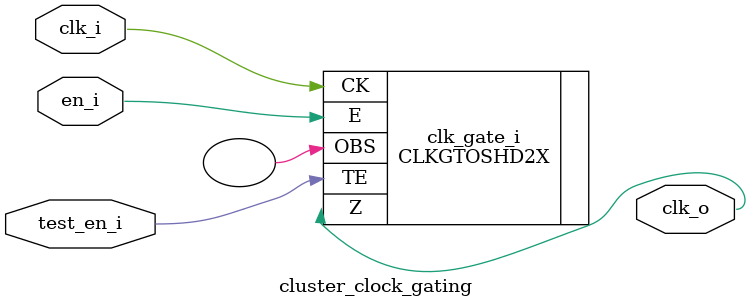
<source format=sv>
module cluster_clock_gating
  (
   input  logic clk_i,
   input  logic en_i,
   input  logic test_en_i,
   output logic clk_o
   );

`ifndef HVT_only
   CLKGTOSHD2X clk_gate_i 
     (
		  .Z(clk_o),
		  .CK(clk_i),
		  .E(en_i),
		  .TE(test_en_i),
		  .OBS()
		  );
`else
   CLKGTOSHD2XHT clk_gate_i 
     (
		  .Z(clk_o),
		  .CK(clk_i),
		  .E(en_i),
		  .TE(test_en_i),
		  .OBS()
		  );
`endif
   
endmodule

</source>
